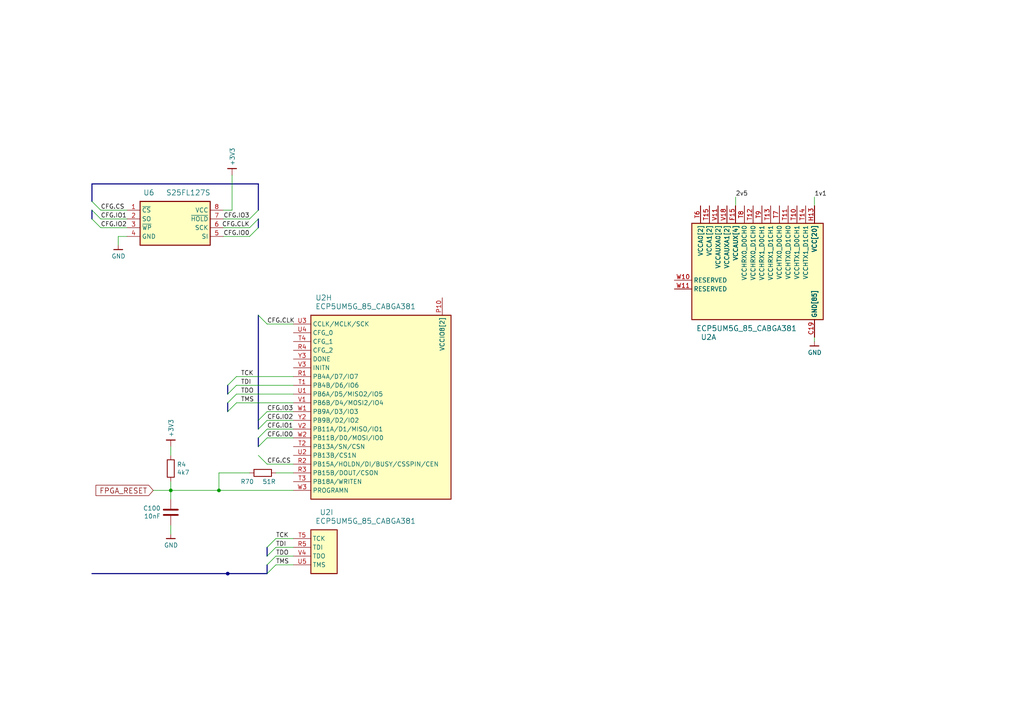
<source format=kicad_sch>
(kicad_sch (version 20200512) (host eeschema "5.99.0-unknown-c8476d6~101~ubuntu18.04.1")
  (page 8 20)
  (paper "A4")
  (title_block (title "ButterStick") (date "2019-06-14") (rev "r0.2") (company "GsD"))
  (junction (at 49.53 142.24))
  (junction (at 63.5 142.24))
  (junction (at 502.92 -36.83))
  (junction (at 66.04 166.37))
  (bus_entry (at 29.21 60.96) (size -2.54 -2.54))
  (bus_entry (at 29.21 63.5) (size -2.54 -2.54))
  (bus_entry (at 29.21 66.04) (size -2.54 -2.54))
  (bus_entry (at 66.04 111.76) (size 2.54 -2.54))
  (bus_entry (at 66.04 114.3) (size 2.54 -2.54))
  (bus_entry (at 66.04 116.84) (size 2.54 -2.54))
  (bus_entry (at 66.04 119.38) (size 2.54 -2.54))
  (bus_entry (at 72.39 63.5) (size 2.54 -2.54))
  (bus_entry (at 72.39 66.04) (size 2.54 -2.54))
  (bus_entry (at 72.39 68.58) (size 2.54 -2.54))
  (bus_entry (at 74.93 121.92) (size 2.54 -2.54))
  (bus_entry (at 74.93 124.46) (size 2.54 -2.54))
  (bus_entry (at 74.93 127) (size 2.54 -2.54))
  (bus_entry (at 74.93 129.54) (size 2.54 -2.54))
  (bus_entry (at 77.47 93.98) (size -2.54 -2.54))
  (bus_entry (at 77.47 134.62) (size -2.54 -2.54))
  (bus_entry (at 77.47 158.75) (size 2.54 -2.54))
  (bus_entry (at 77.47 161.29) (size 2.54 -2.54))
  (bus_entry (at 77.47 163.83) (size 2.54 -2.54))
  (bus_entry (at 77.47 166.37) (size 2.54 -2.54))
  (wire (pts (xy 29.21 60.96) (xy 36.83 60.96)))
  (wire (pts (xy 29.21 63.5) (xy 36.83 63.5)))
  (wire (pts (xy 29.21 66.04) (xy 36.83 66.04)))
  (wire (pts (xy 34.29 68.58) (xy 36.83 68.58)))
  (wire (pts (xy 34.29 71.12) (xy 34.29 68.58)))
  (wire (pts (xy 44.45 142.24) (xy 49.53 142.24)))
  (wire (pts (xy 49.53 132.08) (xy 49.53 129.54)))
  (wire (pts (xy 49.53 139.7) (xy 49.53 142.24)))
  (wire (pts (xy 49.53 144.78) (xy 49.53 142.24)))
  (wire (pts (xy 49.53 154.94) (xy 49.53 152.4)))
  (wire (pts (xy 63.5 137.16) (xy 63.5 142.24)))
  (wire (pts (xy 63.5 142.24) (xy 49.53 142.24)))
  (wire (pts (xy 64.77 60.96) (xy 67.31 60.96)))
  (wire (pts (xy 67.31 60.96) (xy 67.31 50.8)))
  (wire (pts (xy 68.58 109.22) (xy 85.09 109.22)))
  (wire (pts (xy 68.58 111.76) (xy 85.09 111.76)))
  (wire (pts (xy 68.58 114.3) (xy 85.09 114.3)))
  (wire (pts (xy 68.58 116.84) (xy 85.09 116.84)))
  (wire (pts (xy 72.39 63.5) (xy 64.77 63.5)))
  (wire (pts (xy 72.39 66.04) (xy 64.77 66.04)))
  (wire (pts (xy 72.39 68.58) (xy 64.77 68.58)))
  (wire (pts (xy 72.39 137.16) (xy 63.5 137.16)))
  (wire (pts (xy 77.47 93.98) (xy 85.09 93.98)))
  (wire (pts (xy 77.47 119.38) (xy 85.09 119.38)))
  (wire (pts (xy 77.47 121.92) (xy 85.09 121.92)))
  (wire (pts (xy 77.47 124.46) (xy 85.09 124.46)))
  (wire (pts (xy 77.47 127) (xy 85.09 127)))
  (wire (pts (xy 77.47 134.62) (xy 85.09 134.62)))
  (wire (pts (xy 80.01 137.16) (xy 85.09 137.16)))
  (wire (pts (xy 80.01 156.21) (xy 85.09 156.21)))
  (wire (pts (xy 80.01 158.75) (xy 85.09 158.75)))
  (wire (pts (xy 80.01 161.29) (xy 85.09 161.29)))
  (wire (pts (xy 80.01 163.83) (xy 85.09 163.83)))
  (wire (pts (xy 85.09 142.24) (xy 63.5 142.24)))
  (wire (pts (xy 213.36 57.15) (xy 213.36 59.69)))
  (wire (pts (xy 236.22 57.15) (xy 236.22 59.69)))
  (wire (pts (xy 236.22 97.79) (xy 236.22 99.06)))
  (wire (pts (xy 350.52 92.71) (xy 336.55 92.71)))
  (wire (pts (xy 374.65 -46.99) (xy 374.65 -53.34)))
  (wire (pts (xy 374.65 -44.45) (xy 375.92 -44.45)))
  (wire (pts (xy 374.65 -41.91) (xy 374.65 -44.45)))
  (wire (pts (xy 375.92 -46.99) (xy 374.65 -46.99)))
  (wire (pts (xy 379.73 63.5) (xy 379.73 64.77)))
  (wire (pts (xy 379.73 63.5) (xy 389.89 63.5)))
  (wire (pts (xy 379.73 72.39) (xy 379.73 73.66)))
  (wire (pts (xy 379.73 82.55) (xy 379.73 83.82)))
  (wire (pts (xy 379.73 82.55) (xy 389.89 82.55)))
  (wire (pts (xy 379.73 91.44) (xy 379.73 92.71)))
  (wire (pts (xy 389.89 64.77) (xy 389.89 63.5)))
  (wire (pts (xy 389.89 73.66) (xy 389.89 72.39)))
  (wire (pts (xy 389.89 83.82) (xy 389.89 82.55)))
  (wire (pts (xy 389.89 92.71) (xy 389.89 91.44)))
  (wire (pts (xy 396.24 -44.45) (xy 398.78 -44.45)))
  (wire (pts (xy 401.32 -46.99) (xy 396.24 -46.99)))
  (wire (pts (xy 401.32 -46.99) (xy 401.32 -57.15)))
  (wire (pts (xy 402.59 63.5) (xy 402.59 64.77)))
  (wire (pts (xy 402.59 63.5) (xy 412.75 63.5)))
  (wire (pts (xy 402.59 72.39) (xy 402.59 73.66)))
  (wire (pts (xy 402.59 82.55) (xy 402.59 83.82)))
  (wire (pts (xy 402.59 82.55) (xy 412.75 82.55)))
  (wire (pts (xy 402.59 91.44) (xy 402.59 92.71)))
  (wire (pts (xy 406.4 -44.45) (xy 410.21 -44.45)))
  (wire (pts (xy 412.75 64.77) (xy 412.75 63.5)))
  (wire (pts (xy 412.75 73.66) (xy 412.75 72.39)))
  (wire (pts (xy 412.75 83.82) (xy 412.75 82.55)))
  (wire (pts (xy 412.75 92.71) (xy 412.75 91.44)))
  (wire (pts (xy 426.72 63.5) (xy 426.72 64.77)))
  (wire (pts (xy 426.72 63.5) (xy 436.88 63.5)))
  (wire (pts (xy 426.72 72.39) (xy 426.72 73.66)))
  (wire (pts (xy 426.72 82.55) (xy 426.72 83.82)))
  (wire (pts (xy 426.72 82.55) (xy 436.88 82.55)))
  (wire (pts (xy 426.72 91.44) (xy 426.72 92.71)))
  (wire (pts (xy 436.88 64.77) (xy 436.88 63.5)))
  (wire (pts (xy 436.88 73.66) (xy 436.88 72.39)))
  (wire (pts (xy 436.88 83.82) (xy 436.88 82.55)))
  (wire (pts (xy 436.88 92.71) (xy 436.88 91.44)))
  (wire (pts (xy 481.33 -41.91) (xy 502.92 -41.91)))
  (wire (pts (xy 481.33 -39.37) (xy 505.46 -39.37)))
  (wire (pts (xy 481.33 -36.83) (xy 502.92 -36.83)))
  (wire (pts (xy 481.33 6.35) (xy 486.41 6.35)))
  (wire (pts (xy 481.33 11.43) (xy 486.41 11.43)))
  (wire (pts (xy 486.41 8.89) (xy 481.33 8.89)))
  (wire (pts (xy 486.41 13.97) (xy 481.33 13.97)))
  (wire (pts (xy 502.92 -41.91) (xy 502.92 -36.83)))
  (wire (pts (xy 502.92 -36.83) (xy 502.92 -35.56)))
  (bus (pts (xy 26.67 53.34) (xy 26.67 60.96)))
  (bus (pts (xy 26.67 60.96) (xy 26.67 63.5)))
  (bus (pts (xy 26.67 166.37) (xy 66.04 166.37)))
  (bus (pts (xy 66.04 111.76) (xy 66.04 116.84)))
  (bus (pts (xy 66.04 116.84) (xy 66.04 166.37)))
  (bus (pts (xy 66.04 166.37) (xy 77.47 166.37)))
  (bus (pts (xy 74.93 53.34) (xy 26.67 53.34)))
  (bus (pts (xy 74.93 53.34) (xy 74.93 63.5)))
  (bus (pts (xy 74.93 63.5) (xy 74.93 91.44)))
  (bus (pts (xy 74.93 91.44) (xy 74.93 121.92)))
  (bus (pts (xy 74.93 121.92) (xy 74.93 127)))
  (bus (pts (xy 74.93 127) (xy 74.93 132.08)))
  (bus (pts (xy 77.47 158.75) (xy 77.47 163.83)))
  (bus (pts (xy 77.47 163.83) (xy 77.47 166.37)))
  (text "LEDS/SDMMC\n" (at 307.34 -17.78 90) (effects (font (size 2.54 2.54)) (justify left bottom)))
  (text "BANK0 - 3V3" (at 309.88 -64.77 0) (effects (font (size 1.27 1.27)) (justify left bottom)))
  (text "BANK7 - 1V8" (at 309.88 6.35 0) (effects (font (size 1.27 1.27)) (justify left bottom)))
  (text "QSPI Config" (at 448.31 -59.69 0) (effects (font (size 2.54 2.54)) (justify left bottom)))
  (text "BANK 8" (at 453.39 -54.61 0) (effects (font (size 2.032 2.032)) (justify left bottom)))
  (text "3V3" (at 457.2 -52.07 0) (effects (font (size 1.27 1.27)) (justify left bottom)))
  (label "CFG.CS" (at 29.21 60.96 0))
  (label "CFG.IO1" (at 29.21 63.5 0))
  (label "CFG.IO2" (at 29.21 66.04 0))
  (label "TCK" (at 69.85 109.22 0))
  (label "TDI" (at 69.85 111.76 0))
  (label "TDO" (at 69.85 114.3 0))
  (label "TMS" (at 69.85 116.84 0))
  (label "CFG.IO3" (at 72.39 63.5 180))
  (label "CFG.CLK" (at 72.39 66.04 180))
  (label "CFG.IO0" (at 72.39 68.58 180))
  (label "CFG.CLK" (at 77.47 93.98 0))
  (label "CFG.IO3" (at 77.47 119.38 0))
  (label "CFG.IO2" (at 77.47 121.92 0))
  (label "CFG.IO1" (at 77.47 124.46 0))
  (label "CFG.IO0" (at 77.47 127 0))
  (label "CFG.CS" (at 77.47 134.62 0))
  (label "TCK" (at 80.01 156.21 0))
  (label "TDI" (at 80.01 158.75 0))
  (label "TDO" (at 80.01 161.29 0))
  (label "TMS" (at 80.01 163.83 0))
  (label "2v5" (at 213.36 57.15 0))
  (label "1v1" (at 236.22 57.15 0))
  (label "VCCIO3" (at 381 63.5 0))
  (label "VCCIO2" (at 381 82.55 0))
  (label "VCCIO6" (at 403.86 63.5 0))
  (label "VCCIO1" (at 403.86 82.55 0))
  (label "VCCIO7" (at 427.99 63.5 0))
  (label "VCCIO0" (at 429.26 82.55 0))
  (global_label "FPGA_RESET" (shape input) (at 44.45 142.24 180) (effects (font (size 1.524 1.524))))
  (global_label "ETH_RST" (shape input) (at 336.55 16.51 0))
  (global_label "ETH_INT" (shape input) (at 336.55 19.05 0))
  (global_label "ETH_MDIO" (shape input) (at 336.55 24.13 0))
  (global_label "ETH_MDC" (shape input) (at 336.55 26.67 0))
  (global_label "ETH_RXD1" (shape input) (at 336.55 54.61 0))
  (global_label "ETH_RXD3" (shape input) (at 336.55 57.15 0))
  (global_label "ETH_RXD2" (shape input) (at 336.55 59.69 0))
  (global_label "ETH_RXD0" (shape input) (at 336.55 62.23 0))
  (global_label "ETH_TXD0" (shape input) (at 336.55 64.77 0))
  (global_label "ETH_TXD1" (shape input) (at 336.55 67.31 0))
  (global_label "ETH_TXD2" (shape input) (at 336.55 69.85 0))
  (global_label "ETH_TXD3" (shape input) (at 336.55 72.39 0))
  (global_label "ETH_RX_CTRL" (shape input) (at 336.55 77.47 0))
  (global_label "ETH_RX_CLK" (shape input) (at 336.55 85.09 0))
  (global_label "ETH_TX_CTRL" (shape input) (at 336.55 87.63 0))
  (global_label "PCLKT7_0" (shape input) (at 336.55 90.17 0))
  (global_label "SD_CK" (shape input) (at 337.82 -59.69 0) (effects (font (size 1.524 1.524))))
  (global_label "SD_DAT0" (shape input) (at 337.82 -57.15 0) (effects (font (size 1.524 1.524))))
  (global_label "SD_CMD" (shape input) (at 337.82 -54.61 0) (effects (font (size 1.524 1.524))))
  (global_label "SD_DAT1" (shape input) (at 337.82 -52.07 0) (effects (font (size 1.524 1.524))))
  (global_label "SD_DAT3" (shape input) (at 337.82 -49.53 0) (effects (font (size 1.524 1.524))))
  (global_label "SD_DAT2" (shape input) (at 337.82 -46.99 0) (effects (font (size 1.524 1.524))))
  (global_label "SD_CD" (shape input) (at 337.82 -44.45 0) (effects (font (size 1.524 1.524))))
  (global_label "LED_GigE" (shape input) (at 337.82 -41.91 0) (effects (font (size 1.524 1.524))))
  (global_label "LED_SD" (shape input) (at 337.82 -39.37 0) (effects (font (size 1.524 1.524))))
  (global_label "LED_RAM0" (shape input) (at 337.82 -36.83 0) (effects (font (size 1.524 1.524))))
  (global_label "LED_RAM1" (shape input) (at 337.82 -34.29 0) (effects (font (size 1.524 1.524))))
  (global_label "LED_ACT" (shape input) (at 337.82 -29.21 0) (effects (font (size 1.524 1.524))))
  (global_label "ETH_TX_CLK" (shape input) (at 358.14 92.71 0))
  (global_label "PCLKT1_0" (shape input) (at 410.21 -44.45 0) (effects (font (size 1.524 1.524))))
  (global_label "SPI_CONFIG_SCK" (shape input) (at 481.33 -44.45 0) (effects (font (size 1.524 1.524))))
  (global_label "LED_ECP5" (shape input) (at 481.33 -26.67 0) (effects (font (size 1.524 1.524))))
  (global_label "FPGA_RESET" (shape input) (at 481.33 -21.59 0) (effects (font (size 1.524 1.524))))
  (global_label "QSPI_D3" (shape input) (at 481.33 -19.05 0) (effects (font (size 1.524 1.524))))
  (global_label "QSPI_D2" (shape input) (at 481.33 -16.51 0) (effects (font (size 1.524 1.524))))
  (global_label "SPI_CONFIG_MISO" (shape input) (at 481.33 -13.97 0) (effects (font (size 1.524 1.524))))
  (global_label "SPI_CONFIG_MOSI" (shape input) (at 481.33 -11.43 0) (effects (font (size 1.524 1.524))))
  (global_label "SPI_CONFIG_SS" (shape input) (at 481.33 -3.81 0) (effects (font (size 1.524 1.524))))
  (global_label "JTAG_TCK" (shape input) (at 486.41 6.35 0) (effects (font (size 1.524 1.524))))
  (global_label "JTAG_TDI" (shape input) (at 486.41 8.89 0) (effects (font (size 1.524 1.524))))
  (global_label "JTAG_TDO" (shape input) (at 486.41 11.43 0) (effects (font (size 1.524 1.524))))
  (global_label "JTAG_TMS" (shape input) (at 486.41 13.97 0) (effects (font (size 1.524 1.524))))
  (symbol (lib_id "gkl_power:GND") (at 34.29 71.12 0) (unit 1)
    (property "Reference" "#PWR04" (effects hide))
    (property "Value" "GND" (at 34.3662 74.3204 0))
  )
  (symbol (lib_id "gkl_power:GND") (at 49.53 154.94 0) (unit 1)
    (property "Reference" "#PWR0306" (effects hide))
    (property "Value" "GND" (at 49.6062 158.1404 0))
  )
  (symbol (lib_id "gkl_power:GND") (at 236.22 99.06 0) (unit 1)
    (property "Reference" "#PWR0128" (effects hide))
    (property "Value" "GND" (at 236.2962 102.2604 0))
  )
  (symbol (lib_id "gkl_power:GND") (at 374.65 -41.91 0) (unit 1)
    (property "Reference" "#PWR0123" (effects hide))
    (property "Value" "GND" (at 374.7262 -38.7096 0))
  )
  (symbol (lib_id "gkl_power:GND") (at 379.73 73.66 0) (unit 1)
    (property "Reference" "#PWR0290" (effects hide))
    (property "Value" "GND" (at 379.8062 76.8604 0))
  )
  (symbol (lib_id "gkl_power:GND") (at 379.73 92.71 0) (unit 1)
    (property "Reference" "#PWR0284" (effects hide))
    (property "Value" "GND" (at 379.8062 95.9104 0))
  )
  (symbol (lib_id "gkl_power:GND") (at 389.89 73.66 0) (unit 1)
    (property "Reference" "#PWR0291" (effects hide))
    (property "Value" "GND" (at 389.9662 76.8604 0))
  )
  (symbol (lib_id "gkl_power:GND") (at 389.89 92.71 0) (unit 1)
    (property "Reference" "#PWR0285" (effects hide))
    (property "Value" "GND" (at 389.9662 95.9104 0))
  )
  (symbol (lib_id "gkl_power:GND") (at 402.59 73.66 0) (unit 1)
    (property "Reference" "#PWR0288" (effects hide))
    (property "Value" "GND" (at 402.6662 76.8604 0))
  )
  (symbol (lib_id "gkl_power:GND") (at 402.59 92.71 0) (unit 1)
    (property "Reference" "#PWR0282" (effects hide))
    (property "Value" "GND" (at 402.6662 95.9104 0))
  )
  (symbol (lib_id "gkl_power:GND") (at 412.75 73.66 0) (unit 1)
    (property "Reference" "#PWR0289" (effects hide))
    (property "Value" "GND" (at 412.8262 76.8604 0))
  )
  (symbol (lib_id "gkl_power:GND") (at 412.75 92.71 0) (unit 1)
    (property "Reference" "#PWR0283" (effects hide))
    (property "Value" "GND" (at 412.8262 95.9104 0))
  )
  (symbol (lib_id "gkl_power:GND") (at 426.72 73.66 0) (unit 1)
    (property "Reference" "#PWR0286" (effects hide))
    (property "Value" "GND" (at 426.7962 76.8604 0))
  )
  (symbol (lib_id "gkl_power:GND") (at 426.72 92.71 0) (unit 1)
    (property "Reference" "#PWR0280" (effects hide))
    (property "Value" "GND" (at 426.7962 95.9104 0))
  )
  (symbol (lib_id "gkl_power:GND") (at 436.88 73.66 0) (unit 1)
    (property "Reference" "#PWR0287" (effects hide))
    (property "Value" "GND" (at 436.9562 76.8604 0))
  )
  (symbol (lib_id "gkl_power:GND") (at 436.88 92.71 0) (unit 1)
    (property "Reference" "#PWR0281" (effects hide))
    (property "Value" "GND" (at 436.9562 95.9104 0))
  )
  (symbol (lib_id "gkl_power:GND") (at 502.92 -35.56 0) (unit 1)
    (property "Reference" "#PWR0104" (effects hide))
    (property "Value" "GND" (at 502.9962 -32.3596 0))
  )
  (symbol (lib_id "gkl_power:+3V3") (at 49.53 129.54 0) (unit 1)
    (property "Reference" "#PWR059" (effects hide))
    (property "Value" "+3V3" (at 49.6316 126.8476 90) (effects (justify left)))
  )
  (symbol (lib_id "gkl_power:+3V3") (at 67.31 50.8 0) (unit 1)
    (property "Reference" "#PWR05" (effects hide))
    (property "Value" "+3V3" (at 67.4116 48.1076 90) (effects (justify left)))
  )
  (symbol (lib_id "gkl_power:+1V8") (at 374.65 -53.34 0) (unit 1)
    (property "Reference" "#PWR0270" (effects hide))
    (property "Value" "+1V8" (at 374.7516 -56.0324 90) (effects (justify left)))
  )
  (symbol (lib_id "gkl_power:+1V8") (at 401.32 -57.15 0) (unit 1)
    (property "Reference" "#PWR0105" (effects hide))
    (property "Value" "+1V8" (at 401.4216 -59.8424 90) (effects (justify left)))
  )
  (symbol (lib_id "gkl_power:+3V3") (at 505.46 -39.37 270) (mirror x) (unit 1)
    (property "Reference" "#PWR0107" (effects hide))
    (property "Value" "+3V3" (at 508.1524 -39.4716 90) (effects (justify left)))
  )
  (symbol (lib_id "Device:R") (at 49.53 135.89 0) (unit 1)
    (property "Reference" "R4" (at 51.308 134.7216 0) (effects (justify left)))
    (property "Value" "4k7" (at 51.308 137.033 0) (effects (justify left)))
    (property "Footprint" "Resistor_SMD:R_0402_1005Metric" (effects hide))
    (property "SN-DK" "P10KDECT-ND" (effects hide))
    (property "PN" "RC0402JR-074K7L" (effects hide))
    (property "Mfg" "Stackpole Electronics Inc" (effects hide))
  )
  (symbol (lib_id "Device:R") (at 76.2 137.16 90) (unit 1)
    (property "Reference" "R70" (at 73.66 139.7 90) (effects (justify left)))
    (property "Value" "51R" (at 80.01 139.7 90) (effects (justify left)))
    (property "Footprint" "Resistor_SMD:R_0402_1005Metric" (effects hide))
    (property "SN-DK" "P10KDECT-ND" (effects hide))
    (property "PN" "RC0402JR-074K7L" (effects hide))
    (property "Mfg" "Stackpole Electronics Inc" (effects hide))
  )
  (symbol (lib_id "Device:R") (at 354.33 92.71 270) (unit 1)
    (property "Reference" "R66" (at 354.33 87.4522 90))
    (property "Value" "20R" (at 354.33 89.7636 90))
    (property "Footprint" "Resistor_SMD:R_0402_1005Metric" (effects hide))
    (property "Mfg" "Stackpole Electronics Inc" (effects hide))
    (property "PN" "RMCF0402FT20R0" (effects hide))
  )
  (symbol (lib_id "Device:R") (at 402.59 -44.45 90) (unit 1)
    (property "Reference" "R47" (at 402.59 -49.7078 90))
    (property "Value" "20R" (at 402.59 -47.3964 90))
    (property "Footprint" "Resistor_SMD:R_0402_1005Metric" (effects hide))
    (property "Mfg" "Stackpole Electronics Inc" (effects hide))
    (property "PN" "RMCF0402FT20R0" (effects hide))
  )
  (symbol (lib_id "Device:C") (at 49.53 148.59 0) (mirror y) (unit 1)
    (property "Reference" "C100" (at 46.609 147.4216 0) (effects (justify left)))
    (property "Value" "10nF" (at 46.609 149.733 0) (effects (justify left)))
    (property "Footprint" "Capacitor_SMD:C_0402_1005Metric" (effects hide))
    (property "Mfg" "Samsung Electro-Mechanics" (effects hide))
    (property "PN" "CL05B103KP5NNNC" (effects hide))
  )
  (symbol (lib_id "Device:C") (at 379.73 68.58 0) (unit 1)
    (property "Reference" "C80" (at 381 66.04 0) (effects (justify left)))
    (property "Value" "100nF" (at 381 71.12 0) (effects (justify left)))
    (property "Footprint" "Capacitor_SMD:C_0402_1005Metric" (effects hide))
    (property "SN-DK" "1276-1002-1-ND" (effects hide))
    (property "PN" "CL05B104KP5NNNC" (effects hide))
    (property "Mfg" "Samsung Electro-Mechanics" (effects hide))
  )
  (symbol (lib_id "Device:C") (at 379.73 87.63 0) (unit 1)
    (property "Reference" "C81" (at 381 85.09 0) (effects (justify left)))
    (property "Value" "100nF" (at 381 90.17 0) (effects (justify left)))
    (property "Footprint" "Capacitor_SMD:C_0402_1005Metric" (effects hide))
    (property "SN-DK" "1276-1002-1-ND" (effects hide))
    (property "PN" "CL05B104KP5NNNC" (effects hide))
    (property "Mfg" "Samsung Electro-Mechanics" (effects hide))
  )
  (symbol (lib_id "Device:C") (at 389.89 68.58 0) (unit 1)
    (property "Reference" "C82" (at 391.16 66.04 0) (effects (justify left)))
    (property "Value" "10nF" (at 391.16 71.12 0) (effects (justify left)))
    (property "Footprint" "Capacitor_SMD:C_0402_1005Metric" (effects hide))
    (property "SN-DK" "1276-1002-1-ND" (effects hide))
    (property "PN" "CL05B103KP5NNNC" (effects hide))
    (property "Mfg" "Samsung Electro-Mechanics" (effects hide))
  )
  (symbol (lib_id "Device:C") (at 389.89 87.63 0) (unit 1)
    (property "Reference" "C83" (at 391.16 85.09 0) (effects (justify left)))
    (property "Value" "10nF" (at 391.16 90.17 0) (effects (justify left)))
    (property "Footprint" "Capacitor_SMD:C_0402_1005Metric" (effects hide))
    (property "SN-DK" "1276-1002-1-ND" (effects hide))
    (property "PN" "CL05B103KP5NNNC" (effects hide))
    (property "Mfg" "Samsung Electro-Mechanics" (effects hide))
  )
  (symbol (lib_id "Device:C") (at 402.59 68.58 0) (unit 1)
    (property "Reference" "C84" (at 403.86 66.04 0) (effects (justify left)))
    (property "Value" "100nF" (at 403.86 71.12 0) (effects (justify left)))
    (property "Footprint" "Capacitor_SMD:C_0402_1005Metric" (effects hide))
    (property "SN-DK" "1276-1002-1-ND" (effects hide))
    (property "PN" "CL05B104KP5NNNC" (effects hide))
    (property "Mfg" "Samsung Electro-Mechanics" (effects hide))
  )
  (symbol (lib_id "Device:C") (at 402.59 87.63 0) (unit 1)
    (property "Reference" "C85" (at 403.86 85.09 0) (effects (justify left)))
    (property "Value" "100nF" (at 403.86 90.17 0) (effects (justify left)))
    (property "Footprint" "Capacitor_SMD:C_0402_1005Metric" (effects hide))
    (property "SN-DK" "1276-1002-1-ND" (effects hide))
    (property "PN" "CL05B104KP5NNNC" (effects hide))
    (property "Mfg" "Samsung Electro-Mechanics" (effects hide))
  )
  (symbol (lib_id "Device:C") (at 412.75 68.58 0) (unit 1)
    (property "Reference" "C86" (at 414.02 66.04 0) (effects (justify left)))
    (property "Value" "10nF" (at 414.02 71.12 0) (effects (justify left)))
    (property "Footprint" "Capacitor_SMD:C_0402_1005Metric" (effects hide))
    (property "SN-DK" "1276-1002-1-ND" (effects hide))
    (property "PN" "CL05B103KP5NNNC" (effects hide))
    (property "Mfg" "Samsung Electro-Mechanics" (effects hide))
  )
  (symbol (lib_id "Device:C") (at 412.75 87.63 0) (unit 1)
    (property "Reference" "C87" (at 414.02 85.09 0) (effects (justify left)))
    (property "Value" "10nF" (at 414.02 90.17 0) (effects (justify left)))
    (property "Footprint" "Capacitor_SMD:C_0402_1005Metric" (effects hide))
    (property "SN-DK" "1276-1002-1-ND" (effects hide))
    (property "PN" "CL05B103KP5NNNC" (effects hide))
    (property "Mfg" "Samsung Electro-Mechanics" (effects hide))
  )
  (symbol (lib_id "Device:C") (at 426.72 68.58 0) (unit 1)
    (property "Reference" "C88" (at 427.99 66.04 0) (effects (justify left)))
    (property "Value" "100nF" (at 427.99 71.12 0) (effects (justify left)))
    (property "Footprint" "Capacitor_SMD:C_0402_1005Metric" (effects hide))
    (property "SN-DK" "1276-1002-1-ND" (effects hide))
    (property "PN" "CL05B104KP5NNNC" (effects hide))
    (property "Mfg" "Samsung Electro-Mechanics" (effects hide))
  )
  (symbol (lib_id "Device:C") (at 426.72 87.63 0) (unit 1)
    (property "Reference" "C89" (at 427.99 85.09 0) (effects (justify left)))
    (property "Value" "100nF" (at 427.99 90.17 0) (effects (justify left)))
    (property "Footprint" "Capacitor_SMD:C_0402_1005Metric" (effects hide))
    (property "SN-DK" "1276-1002-1-ND" (effects hide))
    (property "PN" "CL05B104KP5NNNC" (effects hide))
    (property "Mfg" "Samsung Electro-Mechanics" (effects hide))
  )
  (symbol (lib_id "Device:C") (at 436.88 68.58 0) (unit 1)
    (property "Reference" "C90" (at 438.15 66.04 0) (effects (justify left)))
    (property "Value" "10nF" (at 438.15 71.12 0) (effects (justify left)))
    (property "Footprint" "Capacitor_SMD:C_0402_1005Metric" (effects hide))
    (property "SN-DK" "1276-1002-1-ND" (effects hide))
    (property "PN" "CL05B103KP5NNNC" (effects hide))
    (property "Mfg" "Samsung Electro-Mechanics" (effects hide))
  )
  (symbol (lib_id "Device:C") (at 436.88 87.63 0) (unit 1)
    (property "Reference" "C91" (at 438.15 85.09 0) (effects (justify left)))
    (property "Value" "10nF" (at 438.15 90.17 0) (effects (justify left)))
    (property "Footprint" "Capacitor_SMD:C_0402_1005Metric" (effects hide))
    (property "SN-DK" "1276-1002-1-ND" (effects hide))
    (property "PN" "CL05B103KP5NNNC" (effects hide))
    (property "Mfg" "Samsung Electro-Mechanics" (effects hide))
  )
  (symbol (lib_id "gkl_time:TYETBCSANF-32.000000") (at 386.08 -45.72 0) (unit 1)
    (property "Reference" "X1" (at 392.43 -53.34 0) (effects (justify left)))
    (property "Value" "ASDMB" (at 392.43 -50.8 0) (effects (justify left)))
    (property "Footprint" "Oscillators:Oscillator_SMD_SeikoEpson_SG210-4pin_2.5x2.0mm" (effects hide))
    (property "Datasheet" "http://www.abracon.com/Oscillators/ASV.pdf" (effects hide))
    (property "SN-DK" " 1473-30509-1-ND " (effects hide))
    (property "PN" "SIT8008BI-72-18N-25.000000G" (effects hide))
    (property "MFG" "SiTIME" (effects hide))
  )
  (symbol (lib_id "gkl_lattice:ECP5UM5G_85_CABGA381") (at 85.09 156.21 0) (unit 9)
    (property "Reference" "U2" (at 92.71 148.59 0) (effects (font (size 1.524 1.524)) (justify left)))
    (property "Value" "ECP5UM5G_85_CABGA381" (at 91.44 151.13 0) (effects (font (size 1.524 1.524)) (justify left)))
    (property "Footprint" "gkl_housings_bga:caBGA_381_17x17" (effects hide))
    (property "manf#" "ECP5UM5G_85" (effects hide))
  )
  (symbol (lib_id "gkl_mem:AT25SF081") (at 50.8 64.77 0) (unit 1)
    (property "Reference" "U6" (at 43.18 55.88 0) (effects (font (size 1.524 1.524))))
    (property "Value" "S25FL127S" (at 54.61 55.88 0) (effects (font (size 1.524 1.524))))
    (property "Footprint" "Package_SO:SOIJ-8_5.3x5.3mm_P1.27mm" (effects hide))
    (property "SN-DK" "1092-1178-1-ND" (effects hide))
    (property "PN" "S25FL127SABMFI101" (effects hide))
    (property "Mfg" "Cypress Semiconductor Corp" (effects hide))
  )
  (symbol (lib_id "gkl_lattice:ECP5UM5G_85_CABGA381") (at 195.58 81.28 0) (unit 1)
    (property "Reference" "U2" (at 203.2 97.79 0) (effects (font (size 1.524 1.524)) (justify left)))
    (property "Value" "ECP5UM5G_85_CABGA381" (at 201.93 95.25 0) (effects (font (size 1.524 1.524)) (justify left)))
    (property "Footprint" "gkl_housings_bga:caBGA_381_17x17" (effects hide))
    (property "manf#" "ECP5UM5G_85" (effects hide))
  )
  (symbol (lib_id "gkl_lattice:ECP5UM5G_85_CABGA381") (at 85.09 93.98 0) (unit 8)
    (property "Reference" "U2" (at 91.44 86.36 0) (effects (font (size 1.524 1.524)) (justify left)))
    (property "Value" "ECP5UM5G_85_CABGA381" (at 91.44 88.9 0) (effects (font (size 1.524 1.524)) (justify left)))
    (property "Footprint" "gkl_housings_bga:caBGA_381_17x17" (effects hide))
    (property "manf#" "ECP5UM5G_85" (effects hide))
  )
)
</source>
